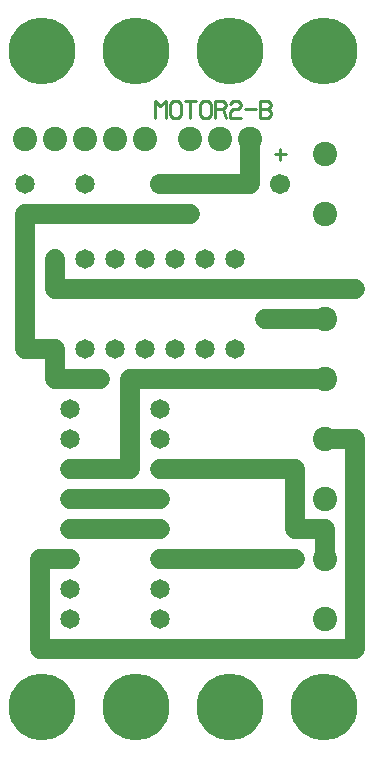
<source format=gtl>
%MOIN*%
%FSLAX25Y25*%
G04 D10 used for Character Trace; *
G04     Circle (OD=.01000) (No hole)*
G04 D11 used for Power Trace; *
G04     Circle (OD=.06700) (No hole)*
G04 D12 used for Signal Trace; *
G04     Circle (OD=.01100) (No hole)*
G04 D13 used for Via; *
G04     Circle (OD=.05800) (Round. Hole ID=.02800)*
G04 D14 used for Component hole; *
G04     Circle (OD=.06500) (Round. Hole ID=.03500)*
G04 D15 used for Component hole; *
G04     Circle (OD=.06700) (Round. Hole ID=.04300)*
G04 D16 used for Component hole; *
G04     Circle (OD=.08100) (Round. Hole ID=.05100)*
G04 D17 used for Component hole; *
G04     Circle (OD=.08900) (Round. Hole ID=.05900)*
G04 D18 used for Component hole; *
G04     Circle (OD=.11300) (Round. Hole ID=.08300)*
G04 D19 used for Component hole; *
G04     Circle (OD=.16000) (Round. Hole ID=.13000)*
G04 D20 used for Component hole; *
G04     Circle (OD=.18300) (Round. Hole ID=.15300)*
G04 D21 used for Component hole; *
G04     Circle (OD=.22291) (Round. Hole ID=.19291)*
%ADD10C,.01000*%
%ADD11C,.06700*%
%ADD12C,.01100*%
%ADD13C,.05800*%
%ADD14C,.06500*%
%ADD15C,.06700*%
%ADD16C,.08100*%
%ADD17C,.08900*%
%ADD18C,.11300*%
%ADD19C,.16000*%
%ADD20C,.18300*%
%ADD21C,.22291*%
%IPPOS*%
%LPD*%
G90*X0Y0D02*D21*X15625Y15625D03*D11*              
X15000Y35000D02*X120000D01*Y105000D01*X110000D01* 
D16*D03*D11*X100000Y75000D02*Y95000D01*Y75000D02* 
X110000D01*Y65000D01*D16*D03*D13*X100000D03*D11*  
X55000D01*D14*D03*Y75000D03*D11*X25000D01*D14*D03*
D11*X15000Y35000D02*Y65000D01*D14*X25000Y45000D03*
Y55000D03*D21*X46875Y15625D03*D14*X25000Y65000D03*
D11*X15000D01*D14*X25000Y85000D03*D11*X55000D01*  
D14*D03*D11*X25000Y95000D02*X45000D01*D14*        
X25000D03*Y105000D03*D11*X45000Y95000D02*         
Y125000D01*X110000D01*D16*D03*D13*                
X90000Y145000D03*D11*X110000D01*D16*D03*D13*      
X120000Y155000D03*D11*X20000D01*Y165000D01*D14*   
D03*X30000D03*D13*Y180000D03*D11*X10000D01*       
Y135000D01*X20000D01*D14*D03*D11*Y125000D01*      
X35000D01*D13*D03*D14*X25000Y115000D03*           
X40000Y135000D03*X30000D03*X50000D03*             
X55000Y105000D03*Y115000D03*X60000Y135000D03*     
X55000Y95000D03*D11*X100000D01*D16*               
X110000Y85000D03*D14*X80000Y135000D03*X70000D03*  
X55000Y55000D03*Y45000D03*D16*X110000D03*D14*     
X80000Y165000D03*X70000D03*X60000D03*X50000D03*   
X40000D03*D21*X78125Y15625D03*X109375D03*D16*     
X110000Y180000D03*D13*X65000D03*D11*X30000D01*D14*
Y190000D03*X10000D03*D16*X50000Y205000D03*        
X40000D03*X30000D03*D15*X55000Y190000D03*D11*     
X85000D01*Y205000D01*D16*D03*D10*X93326Y200000D02*
X96674D01*X95000Y201914D02*Y198086D01*D16*        
X75000Y205000D03*D15*X95000Y190000D03*D16*        
X65000Y205000D03*X110000Y200000D03*D21*           
X109375Y234375D03*D10*X53326Y212129D02*Y217871D01*
X55000Y215957D01*X56674Y217871D01*Y212129D01*     
X61674Y213086D02*X60837Y212129D01*X59163D01*      
X58326Y213086D01*Y216914D01*X59163Y217871D01*     
X60837D01*X61674Y216914D01*Y213086D01*            
X65000Y212129D02*Y217871D01*X63326D02*X66674D01*  
X71674Y213086D02*X70837Y212129D01*X69163D01*      
X68326Y213086D01*Y216914D01*X69163Y217871D01*     
X70837D01*X71674Y216914D01*Y213086D01*            
X73326Y212129D02*Y217871D01*X75837D01*            
X76674Y216914D01*Y215957D01*X75837Y215000D01*     
X73326D01*X75837D02*X76674Y212129D01*             
X78326Y216914D02*X79163Y217871D01*X80837D01*      
X81674Y216914D01*Y215957D01*X80837Y215000D01*     
X79163D01*X78326Y214043D01*Y212129D01*X81674D01*  
X83326Y215000D02*X86674D01*X88326Y212129D02*      
Y217871D01*X90837D01*X91674Y216914D01*Y215957D01* 
X90837Y215000D01*X91674Y214043D01*Y213086D01*     
X90837Y212129D01*X88326D01*Y215000D02*X90837D01*  
D21*X78125Y234375D03*X46875D03*D16*               
X20000Y205000D03*D21*X15625Y234375D03*D16*        
X10000Y205000D03*M02*                             

</source>
